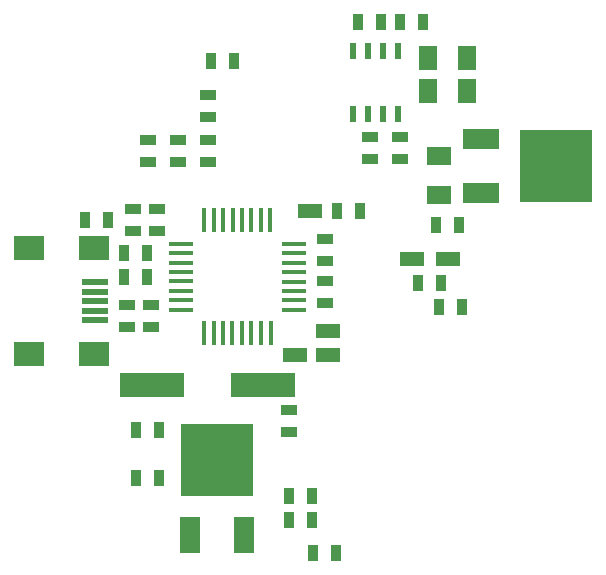
<source format=gtp>
G04 (created by PCBNEW (2013-mar-13)-testing) date czw, 7 sie 2014, 20:04:06*
%MOIN*%
G04 Gerber Fmt 3.4, Leading zero omitted, Abs format*
%FSLAX34Y34*%
G01*
G70*
G90*
G04 APERTURE LIST*
%ADD10C,0.005906*%
%ADD11R,0.035000X0.055000*%
%ADD12R,0.055000X0.035000*%
%ADD13R,0.080000X0.060000*%
%ADD14R,0.090600X0.019700*%
%ADD15R,0.098400X0.078700*%
%ADD16R,0.080000X0.050000*%
%ADD17R,0.120000X0.065000*%
%ADD18R,0.240000X0.240000*%
%ADD19R,0.060000X0.080000*%
%ADD20R,0.065000X0.120000*%
%ADD21R,0.216500X0.078700*%
%ADD22R,0.078700X0.017700*%
%ADD23R,0.017700X0.078700*%
%ADD24R,0.023600X0.055100*%
G04 APERTURE END LIST*
G54D10*
G54D11*
X10917Y-7577D03*
X11667Y-7577D03*
G54D12*
X6592Y-4452D03*
X6592Y-3702D03*
X9292Y-14952D03*
X9292Y-14202D03*
X12992Y-5852D03*
X12992Y-5102D03*
G54D11*
X11617Y-1277D03*
X12367Y-1277D03*
X7467Y-2577D03*
X6717Y-2577D03*
X4217Y-16477D03*
X4967Y-16477D03*
X4217Y-14877D03*
X4967Y-14877D03*
X14367Y-9977D03*
X13617Y-9977D03*
G54D12*
X4692Y-10702D03*
X4692Y-11452D03*
X3892Y-11452D03*
X3892Y-10702D03*
G54D11*
X3817Y-8977D03*
X4567Y-8977D03*
X9317Y-17077D03*
X10067Y-17077D03*
G54D13*
X14292Y-7027D03*
X14292Y-5727D03*
G54D12*
X10492Y-9902D03*
X10492Y-10652D03*
G54D14*
X2850Y-9947D03*
X2850Y-10262D03*
X2850Y-10577D03*
X2850Y-10892D03*
X2850Y-11207D03*
G54D15*
X2811Y-8825D03*
X646Y-8825D03*
X2811Y-12329D03*
X646Y-12329D03*
G54D16*
X13392Y-9177D03*
X9492Y-12377D03*
X10592Y-12377D03*
X10592Y-11577D03*
X9992Y-7577D03*
X14592Y-9177D03*
G54D17*
X15692Y-5177D03*
G54D18*
X18192Y-6077D03*
G54D17*
X15692Y-6977D03*
G54D11*
X15067Y-10777D03*
X14317Y-10777D03*
X14217Y-8027D03*
X14967Y-8027D03*
X4567Y-9777D03*
X3817Y-9777D03*
X2517Y-7877D03*
X3267Y-7877D03*
X10067Y-17877D03*
X9317Y-17877D03*
X10117Y-18977D03*
X10867Y-18977D03*
G54D12*
X11992Y-5852D03*
X11992Y-5102D03*
G54D19*
X13942Y-2477D03*
X15242Y-2477D03*
X13942Y-3577D03*
X15242Y-3577D03*
G54D12*
X4892Y-7502D03*
X4892Y-8252D03*
X4092Y-7502D03*
X4092Y-8252D03*
G54D11*
X13767Y-1277D03*
X13017Y-1277D03*
G54D12*
X10492Y-8502D03*
X10492Y-9252D03*
X4592Y-5952D03*
X4592Y-5202D03*
X5592Y-5952D03*
X5592Y-5202D03*
X6592Y-5952D03*
X6592Y-5202D03*
G54D20*
X5992Y-18377D03*
G54D18*
X6892Y-15877D03*
G54D20*
X7792Y-18377D03*
G54D21*
X4742Y-13377D03*
X8442Y-13377D03*
G54D22*
X5696Y-10870D03*
X5696Y-10555D03*
X5696Y-10240D03*
X5696Y-9925D03*
X5696Y-9610D03*
X5696Y-9295D03*
X5696Y-8980D03*
X5696Y-8665D03*
X9462Y-8667D03*
X9462Y-10877D03*
X9462Y-10557D03*
X9462Y-10237D03*
X9462Y-9927D03*
X9462Y-9607D03*
X9462Y-9297D03*
X9462Y-8977D03*
G54D23*
X6480Y-7877D03*
X6794Y-7877D03*
X7110Y-7877D03*
X7424Y-7877D03*
X7740Y-7877D03*
X8054Y-7877D03*
X8370Y-7877D03*
X8684Y-7877D03*
X6482Y-11657D03*
X6792Y-11657D03*
X7112Y-11657D03*
X7422Y-11657D03*
X7732Y-11657D03*
X8052Y-11657D03*
X8372Y-11657D03*
X8692Y-11657D03*
G54D24*
X11442Y-2227D03*
X11442Y-4327D03*
X11942Y-2227D03*
X12442Y-2227D03*
X12942Y-2227D03*
X11942Y-4327D03*
X12442Y-4327D03*
X12942Y-4327D03*
M02*

</source>
